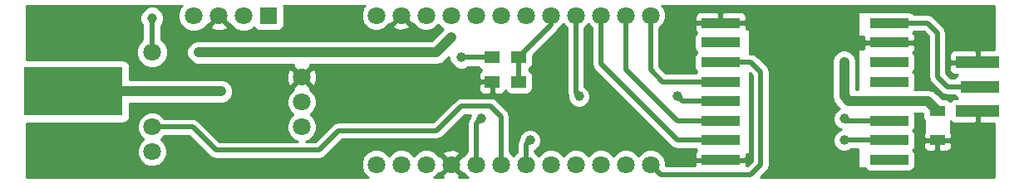
<source format=gbr>
G04 #@! TF.FileFunction,Copper,L2,Bot,Signal*
%FSLAX46Y46*%
G04 Gerber Fmt 4.6, Leading zero omitted, Abs format (unit mm)*
G04 Created by KiCad (PCBNEW 4.0.6) date 04/17/17 00:00:08*
%MOMM*%
%LPD*%
G01*
G04 APERTURE LIST*
%ADD10C,0.100000*%
%ADD11R,4.000000X1.000000*%
%ADD12C,1.800000*%
%ADD13R,1.800000X1.800000*%
%ADD14R,4.500000X1.270000*%
%ADD15R,4.000000X1.270000*%
%ADD16R,1.500000X1.300000*%
%ADD17R,1.600000X1.000000*%
%ADD18R,10.000000X5.000000*%
%ADD19C,1.000000*%
%ADD20C,0.500000*%
%ADD21C,1.000000*%
%ADD22C,0.254000*%
G04 APERTURE END LIST*
D10*
D11*
X172900000Y-109500000D03*
X172900000Y-107500000D03*
X172900000Y-105500000D03*
X172900000Y-103500000D03*
X172900000Y-101500000D03*
X172900000Y-99500000D03*
X172900000Y-97500000D03*
X172900000Y-95500000D03*
X190100000Y-95500000D03*
X190100000Y-97500000D03*
X190100000Y-99500000D03*
X190100000Y-101500000D03*
X190100000Y-103500000D03*
X190100000Y-105500000D03*
X190100000Y-107500000D03*
X190100000Y-109500000D03*
D12*
X115000000Y-98500000D03*
X115000000Y-106120000D03*
X115000000Y-108660000D03*
X130240000Y-106120000D03*
X130240000Y-103580000D03*
X130240000Y-101040000D03*
X137850000Y-109960000D03*
X140390000Y-109960000D03*
X142930000Y-109960000D03*
X145470000Y-109960000D03*
X148010000Y-109960000D03*
X150550000Y-109960000D03*
X153090000Y-109960000D03*
X155630000Y-109960000D03*
X158170000Y-109960000D03*
X160710000Y-109960000D03*
X163250000Y-109960000D03*
X165790000Y-109960000D03*
X137850000Y-94720000D03*
X140390000Y-94720000D03*
X142930000Y-94720000D03*
X145470000Y-94720000D03*
X148010000Y-94720000D03*
X150550000Y-94720000D03*
X153090000Y-94720000D03*
X155630000Y-94720000D03*
X158170000Y-94720000D03*
X160710000Y-94720000D03*
X163250000Y-94720000D03*
X165790000Y-94720000D03*
X119270000Y-94770000D03*
X121810000Y-94770000D03*
X124350000Y-94770000D03*
D13*
X126890000Y-94770000D03*
D14*
X199087500Y-99523500D03*
X199087500Y-104476500D03*
D15*
X199341500Y-102000000D03*
D16*
X149650000Y-99000000D03*
X152350000Y-99000000D03*
X152350000Y-101500000D03*
X149650000Y-101500000D03*
D17*
X195000000Y-104500000D03*
X195000000Y-107500000D03*
D18*
X107000000Y-102500000D03*
D19*
X168500000Y-103000000D03*
X158500000Y-103000000D03*
X115000000Y-95000000D03*
X185500000Y-99500000D03*
X119750000Y-98500000D03*
X145500000Y-97000000D03*
X146500000Y-99000000D03*
X122000000Y-102500000D03*
X153500000Y-107500000D03*
X185500000Y-107500000D03*
X148500000Y-105300000D03*
X185497800Y-105294400D03*
D20*
X172500000Y-107500000D02*
X168500000Y-107500000D01*
X160710000Y-99710000D02*
X160710000Y-94720000D01*
X168500000Y-107500000D02*
X160710000Y-99710000D01*
X172500000Y-105500000D02*
X168500000Y-105500000D01*
X163250000Y-100250000D02*
X163250000Y-94720000D01*
X168500000Y-105500000D02*
X163250000Y-100250000D01*
X172900000Y-103500000D02*
X169000000Y-103500000D01*
X169000000Y-103500000D02*
X168500000Y-103000000D01*
X158170000Y-94720000D02*
X158170000Y-102670000D01*
X158170000Y-102670000D02*
X158500000Y-103000000D01*
X190500000Y-95500000D02*
X194000000Y-95500000D01*
X196000000Y-102000000D02*
X199658500Y-102000000D01*
X195000000Y-101000000D02*
X196000000Y-102000000D01*
X195000000Y-96500000D02*
X195000000Y-101000000D01*
X194000000Y-95500000D02*
X195000000Y-96500000D01*
D21*
X122000000Y-98500000D02*
X119750000Y-98500000D01*
X195000000Y-104500000D02*
X194000000Y-103500000D01*
X194000000Y-103500000D02*
X190500000Y-103500000D01*
X185500000Y-103000000D02*
X186000000Y-103500000D01*
X186000000Y-103500000D02*
X190500000Y-103500000D01*
X185500000Y-99500000D02*
X185500000Y-103000000D01*
X122000000Y-98500000D02*
X144000000Y-98500000D01*
X144000000Y-98500000D02*
X145500000Y-97000000D01*
D20*
X115000000Y-95000000D02*
X115000000Y-98500000D01*
D21*
X120500000Y-102500000D02*
X122000000Y-102500000D01*
D20*
X146500000Y-99000000D02*
X149650000Y-99000000D01*
D21*
X107000000Y-102500000D02*
X120500000Y-102500000D01*
D20*
X149500000Y-104000000D02*
X146500000Y-104000000D01*
X150550000Y-105050000D02*
X149500000Y-104000000D01*
X150550000Y-109960000D02*
X150550000Y-105050000D01*
X119120000Y-106120000D02*
X115000000Y-106120000D01*
X121500000Y-108500000D02*
X119120000Y-106120000D01*
X132000000Y-108500000D02*
X121500000Y-108500000D01*
X134000000Y-106500000D02*
X132000000Y-108500000D01*
X144000000Y-106500000D02*
X134000000Y-106500000D01*
X146500000Y-104000000D02*
X144000000Y-106500000D01*
X152350000Y-99000000D02*
X152350000Y-101500000D01*
X155630000Y-94720000D02*
X155630000Y-95720000D01*
X155630000Y-95720000D02*
X152350000Y-99000000D01*
X172500000Y-101500000D02*
X167000000Y-101500000D01*
X165790000Y-100290000D02*
X165790000Y-94720000D01*
X167000000Y-101500000D02*
X165790000Y-100290000D01*
X172500000Y-99500000D02*
X176000000Y-99500000D01*
X166830000Y-111000000D02*
X165790000Y-109960000D01*
X176000000Y-111000000D02*
X166830000Y-111000000D01*
X177000000Y-110000000D02*
X176000000Y-111000000D01*
X177000000Y-100500000D02*
X177000000Y-110000000D01*
X176000000Y-99500000D02*
X177000000Y-100500000D01*
X190500000Y-107500000D02*
X185500000Y-107500000D01*
X153090000Y-107910000D02*
X153090000Y-109960000D01*
X153500000Y-107500000D02*
X153090000Y-107910000D01*
X190100000Y-105500000D02*
X185703400Y-105500000D01*
X185703400Y-105500000D02*
X185497800Y-105294400D01*
X148010000Y-105990000D02*
X148000001Y-105980001D01*
X148000001Y-105980001D02*
X148000001Y-105799999D01*
X148000001Y-105799999D02*
X148500000Y-105300000D01*
X148010000Y-105990000D02*
X148010000Y-109960000D01*
D22*
G36*
X117891501Y-93847175D02*
X117643283Y-94444950D01*
X117642718Y-95092211D01*
X117889892Y-95690418D01*
X118347175Y-96148499D01*
X118944950Y-96396717D01*
X119592211Y-96397282D01*
X120190418Y-96150108D01*
X120490890Y-95850159D01*
X120909446Y-95850159D01*
X120995852Y-96106643D01*
X121569336Y-96316458D01*
X122179460Y-96290839D01*
X122624148Y-96106643D01*
X122710554Y-95850159D01*
X121810000Y-94949605D01*
X120909446Y-95850159D01*
X120490890Y-95850159D01*
X120648499Y-95692825D01*
X120666594Y-95649247D01*
X120729841Y-95670554D01*
X121630395Y-94770000D01*
X121616253Y-94755858D01*
X121795858Y-94576253D01*
X121810000Y-94590395D01*
X121824143Y-94576253D01*
X122003748Y-94755858D01*
X121989605Y-94770000D01*
X122890159Y-95670554D01*
X122952945Y-95649402D01*
X122969892Y-95690418D01*
X123427175Y-96148499D01*
X124024950Y-96396717D01*
X124672211Y-96397282D01*
X125270418Y-96150108D01*
X125437214Y-95983603D01*
X125525910Y-96121441D01*
X125738110Y-96266431D01*
X125990000Y-96317440D01*
X127790000Y-96317440D01*
X128025317Y-96273162D01*
X128241441Y-96134090D01*
X128386431Y-95921890D01*
X128437440Y-95670000D01*
X128437440Y-93870000D01*
X128407334Y-93710000D01*
X136689050Y-93710000D01*
X136549449Y-93849357D01*
X136315267Y-94413330D01*
X136314735Y-95023991D01*
X136547932Y-95588371D01*
X136979357Y-96020551D01*
X137543330Y-96254733D01*
X138153991Y-96255265D01*
X138718371Y-96022068D01*
X138940668Y-95800159D01*
X139489446Y-95800159D01*
X139575852Y-96056643D01*
X140149336Y-96266458D01*
X140759460Y-96240839D01*
X141204148Y-96056643D01*
X141290554Y-95800159D01*
X140390000Y-94899605D01*
X139489446Y-95800159D01*
X138940668Y-95800159D01*
X139150551Y-95590643D01*
X139159203Y-95569806D01*
X139309841Y-95620554D01*
X140210395Y-94720000D01*
X140196253Y-94705858D01*
X140375858Y-94526253D01*
X140390000Y-94540395D01*
X140404143Y-94526253D01*
X140583748Y-94705858D01*
X140569605Y-94720000D01*
X141470159Y-95620554D01*
X141620327Y-95569965D01*
X141627932Y-95588371D01*
X142059357Y-96020551D01*
X142623330Y-96254733D01*
X143233991Y-96255265D01*
X143798371Y-96022068D01*
X144135211Y-95685816D01*
X144547175Y-96098499D01*
X144631319Y-96133439D01*
X144460407Y-96304053D01*
X144460194Y-96304566D01*
X143491760Y-97273000D01*
X119750000Y-97273000D01*
X119507005Y-97272788D01*
X119055869Y-97459194D01*
X118710407Y-97804053D01*
X118523214Y-98254864D01*
X118522788Y-98742995D01*
X118709194Y-99194131D01*
X119054053Y-99539593D01*
X119504864Y-99726786D01*
X119750000Y-99727000D01*
X119750075Y-99727000D01*
X119992995Y-99727212D01*
X119993508Y-99727000D01*
X129417887Y-99727000D01*
X129339446Y-99959841D01*
X130240000Y-100860395D01*
X131140554Y-99959841D01*
X131062113Y-99727000D01*
X144000000Y-99727000D01*
X144469553Y-99633600D01*
X144867620Y-99367620D01*
X145273033Y-98962207D01*
X145272788Y-99242995D01*
X145459194Y-99694131D01*
X145804053Y-100039593D01*
X146254864Y-100226786D01*
X146742995Y-100227212D01*
X147194131Y-100040806D01*
X147258049Y-99977000D01*
X148246509Y-99977000D01*
X148368672Y-100166846D01*
X148565411Y-100301273D01*
X148540302Y-100311673D01*
X148361673Y-100490301D01*
X148265000Y-100723690D01*
X148265000Y-101214250D01*
X148423750Y-101373000D01*
X149523000Y-101373000D01*
X149523000Y-101353000D01*
X149777000Y-101353000D01*
X149777000Y-101373000D01*
X149797000Y-101373000D01*
X149797000Y-101627000D01*
X149777000Y-101627000D01*
X149777000Y-102626250D01*
X149935750Y-102785000D01*
X150526309Y-102785000D01*
X150759698Y-102688327D01*
X150938327Y-102509699D01*
X150994654Y-102373713D01*
X150996838Y-102385317D01*
X151135910Y-102601441D01*
X151348110Y-102746431D01*
X151600000Y-102797440D01*
X153100000Y-102797440D01*
X153335317Y-102753162D01*
X153551441Y-102614090D01*
X153696431Y-102401890D01*
X153747440Y-102150000D01*
X153747440Y-100850000D01*
X153703162Y-100614683D01*
X153564090Y-100398559D01*
X153351890Y-100253569D01*
X153338803Y-100250919D01*
X153551441Y-100114090D01*
X153696431Y-99901890D01*
X153747440Y-99650000D01*
X153747440Y-98854140D01*
X156255787Y-96345792D01*
X156255790Y-96345790D01*
X156447633Y-96058675D01*
X156451023Y-96041632D01*
X156498371Y-96022068D01*
X156900323Y-95620818D01*
X157285000Y-96006169D01*
X157285000Y-102669995D01*
X157284999Y-102670000D01*
X157328142Y-102886890D01*
X157352367Y-103008675D01*
X157364975Y-103027544D01*
X157364803Y-103224775D01*
X157537233Y-103642086D01*
X157856235Y-103961645D01*
X158273244Y-104134803D01*
X158724775Y-104135197D01*
X159142086Y-103962767D01*
X159461645Y-103643765D01*
X159634803Y-103226756D01*
X159635197Y-102775225D01*
X159462767Y-102357914D01*
X159143765Y-102038355D01*
X159055000Y-102001496D01*
X159055000Y-96005468D01*
X159440323Y-95620818D01*
X159825000Y-96006169D01*
X159825000Y-99709995D01*
X159824999Y-99710000D01*
X159865046Y-99911326D01*
X159892367Y-100048675D01*
X160068096Y-100311673D01*
X160084210Y-100335790D01*
X167874208Y-108125787D01*
X167874210Y-108125790D01*
X168161325Y-108317633D01*
X168217516Y-108328810D01*
X168500000Y-108385001D01*
X168500005Y-108385000D01*
X170393156Y-108385000D01*
X170435910Y-108451441D01*
X170504006Y-108497969D01*
X170361673Y-108640301D01*
X170265000Y-108873690D01*
X170265000Y-109214250D01*
X170423750Y-109373000D01*
X172773000Y-109373000D01*
X172773000Y-109353000D01*
X173027000Y-109353000D01*
X173027000Y-109373000D01*
X175376250Y-109373000D01*
X175535000Y-109214250D01*
X175535000Y-108877000D01*
X175750000Y-108877000D01*
X175796159Y-108868315D01*
X175838553Y-108841035D01*
X175866994Y-108799410D01*
X175877000Y-108750000D01*
X175877000Y-100628579D01*
X176115000Y-100866579D01*
X176115000Y-109633421D01*
X175633420Y-110115000D01*
X175535000Y-110115000D01*
X175535000Y-109785750D01*
X175376250Y-109627000D01*
X173027000Y-109627000D01*
X173027000Y-109647000D01*
X172773000Y-109647000D01*
X172773000Y-109627000D01*
X170423750Y-109627000D01*
X170265000Y-109785750D01*
X170265000Y-110115000D01*
X167324865Y-110115000D01*
X167325265Y-109656009D01*
X167092068Y-109091629D01*
X166660643Y-108659449D01*
X166096670Y-108425267D01*
X165486009Y-108424735D01*
X164921629Y-108657932D01*
X164519677Y-109059182D01*
X164120643Y-108659449D01*
X163556670Y-108425267D01*
X162946009Y-108424735D01*
X162381629Y-108657932D01*
X161979677Y-109059182D01*
X161580643Y-108659449D01*
X161016670Y-108425267D01*
X160406009Y-108424735D01*
X159841629Y-108657932D01*
X159439677Y-109059182D01*
X159040643Y-108659449D01*
X158476670Y-108425267D01*
X157866009Y-108424735D01*
X157301629Y-108657932D01*
X156899677Y-109059182D01*
X156500643Y-108659449D01*
X155936670Y-108425267D01*
X155326009Y-108424735D01*
X154761629Y-108657932D01*
X154359677Y-109059182D01*
X153975000Y-108673831D01*
X153975000Y-108531806D01*
X154142086Y-108462767D01*
X154461645Y-108143765D01*
X154634803Y-107726756D01*
X154635197Y-107275225D01*
X154462767Y-106857914D01*
X154143765Y-106538355D01*
X153726756Y-106365197D01*
X153275225Y-106364803D01*
X152857914Y-106537233D01*
X152538355Y-106856235D01*
X152365197Y-107273244D01*
X152365058Y-107432602D01*
X152272367Y-107571325D01*
X152261292Y-107627000D01*
X152204999Y-107910000D01*
X152205000Y-107910005D01*
X152205000Y-108674532D01*
X151819677Y-109059182D01*
X151435000Y-108673831D01*
X151435000Y-105050005D01*
X151435001Y-105050000D01*
X151367633Y-104711325D01*
X151327081Y-104650635D01*
X151175790Y-104424210D01*
X151175787Y-104424208D01*
X150125790Y-103374210D01*
X150072606Y-103338674D01*
X149838675Y-103182367D01*
X149782484Y-103171190D01*
X149500000Y-103114999D01*
X149499995Y-103115000D01*
X146500005Y-103115000D01*
X146500000Y-103114999D01*
X146217516Y-103171190D01*
X146161325Y-103182367D01*
X145874210Y-103374210D01*
X145874208Y-103374213D01*
X143633420Y-105615000D01*
X134000005Y-105615000D01*
X134000000Y-105614999D01*
X133661325Y-105682367D01*
X133374210Y-105874210D01*
X133374208Y-105874213D01*
X131633420Y-107615000D01*
X130641440Y-107615000D01*
X131108371Y-107422068D01*
X131540551Y-106990643D01*
X131774733Y-106426670D01*
X131775265Y-105816009D01*
X131542068Y-105251629D01*
X131140818Y-104849677D01*
X131540551Y-104450643D01*
X131774733Y-103886670D01*
X131775265Y-103276009D01*
X131542068Y-102711629D01*
X131110643Y-102279449D01*
X131089806Y-102270797D01*
X131140554Y-102120159D01*
X130240000Y-101219605D01*
X129339446Y-102120159D01*
X129390035Y-102270327D01*
X129371629Y-102277932D01*
X128939449Y-102709357D01*
X128705267Y-103273330D01*
X128704735Y-103883991D01*
X128937932Y-104448371D01*
X129339182Y-104850323D01*
X128939449Y-105249357D01*
X128705267Y-105813330D01*
X128704735Y-106423991D01*
X128937932Y-106988371D01*
X129369357Y-107420551D01*
X129837642Y-107615000D01*
X121866579Y-107615000D01*
X119745790Y-105494210D01*
X119587843Y-105388674D01*
X119458675Y-105302367D01*
X119388383Y-105288385D01*
X119120000Y-105234999D01*
X119119995Y-105235000D01*
X116285468Y-105235000D01*
X115870643Y-104819449D01*
X115306670Y-104585267D01*
X114696009Y-104584735D01*
X114131629Y-104817932D01*
X113699449Y-105249357D01*
X113465267Y-105813330D01*
X113464735Y-106423991D01*
X113697932Y-106988371D01*
X114099182Y-107390323D01*
X113699449Y-107789357D01*
X113465267Y-108353330D01*
X113464735Y-108963991D01*
X113697932Y-109528371D01*
X114129357Y-109960551D01*
X114693330Y-110194733D01*
X115303991Y-110195265D01*
X115868371Y-109962068D01*
X116300551Y-109530643D01*
X116534733Y-108966670D01*
X116535265Y-108356009D01*
X116302068Y-107791629D01*
X115900818Y-107389677D01*
X116286169Y-107005000D01*
X118753420Y-107005000D01*
X120874208Y-109125787D01*
X120874210Y-109125790D01*
X121006601Y-109214250D01*
X121161325Y-109317633D01*
X121500000Y-109385001D01*
X121500005Y-109385000D01*
X131999995Y-109385000D01*
X132000000Y-109385001D01*
X132282484Y-109328810D01*
X132338675Y-109317633D01*
X132625790Y-109125790D01*
X132625791Y-109125789D01*
X134366579Y-107385000D01*
X143999995Y-107385000D01*
X144000000Y-107385001D01*
X144282484Y-107328810D01*
X144338675Y-107317633D01*
X144625790Y-107125790D01*
X146866579Y-104885000D01*
X147443363Y-104885000D01*
X147365197Y-105073244D01*
X147365097Y-105187849D01*
X147182368Y-105461324D01*
X147182368Y-105461325D01*
X147115000Y-105799999D01*
X147115001Y-105800004D01*
X147115001Y-105979996D01*
X147115000Y-105980001D01*
X147125000Y-106030273D01*
X147125000Y-108674532D01*
X146709449Y-109089357D01*
X146700797Y-109110194D01*
X146550159Y-109059446D01*
X145649605Y-109960000D01*
X146550159Y-110860554D01*
X146700327Y-110809965D01*
X146707932Y-110828371D01*
X147139357Y-111260551D01*
X147210278Y-111290000D01*
X146286386Y-111290000D01*
X146370554Y-111040159D01*
X145470000Y-110139605D01*
X144569446Y-111040159D01*
X144653614Y-111290000D01*
X143730770Y-111290000D01*
X143798371Y-111262068D01*
X144230551Y-110830643D01*
X144239203Y-110809806D01*
X144389841Y-110860554D01*
X145290395Y-109960000D01*
X144389841Y-109059446D01*
X144239673Y-109110035D01*
X144232068Y-109091629D01*
X144020650Y-108879841D01*
X144569446Y-108879841D01*
X145470000Y-109780395D01*
X146370554Y-108879841D01*
X146284148Y-108623357D01*
X145710664Y-108413542D01*
X145100540Y-108439161D01*
X144655852Y-108623357D01*
X144569446Y-108879841D01*
X144020650Y-108879841D01*
X143800643Y-108659449D01*
X143236670Y-108425267D01*
X142626009Y-108424735D01*
X142061629Y-108657932D01*
X141659677Y-109059182D01*
X141260643Y-108659449D01*
X140696670Y-108425267D01*
X140086009Y-108424735D01*
X139521629Y-108657932D01*
X139119677Y-109059182D01*
X138720643Y-108659449D01*
X138156670Y-108425267D01*
X137546009Y-108424735D01*
X136981629Y-108657932D01*
X136549449Y-109089357D01*
X136315267Y-109653330D01*
X136314735Y-110263991D01*
X136547932Y-110828371D01*
X136979357Y-111260551D01*
X137050278Y-111290000D01*
X102210000Y-111290000D01*
X102210000Y-105741242D01*
X112000000Y-105741242D01*
X112269410Y-105690549D01*
X112516846Y-105531328D01*
X112682843Y-105288385D01*
X112741242Y-105000000D01*
X112741242Y-103727000D01*
X122000000Y-103727000D01*
X122242995Y-103727212D01*
X122694131Y-103540806D01*
X123039593Y-103195947D01*
X123226786Y-102745136D01*
X123227212Y-102257005D01*
X123040806Y-101805869D01*
X122695947Y-101460407D01*
X122245136Y-101273214D01*
X122000000Y-101273000D01*
X121999925Y-101273000D01*
X121757005Y-101272788D01*
X121756492Y-101273000D01*
X112741242Y-101273000D01*
X112741242Y-100799336D01*
X128693542Y-100799336D01*
X128719161Y-101409460D01*
X128903357Y-101854148D01*
X129159841Y-101940554D01*
X130060395Y-101040000D01*
X130419605Y-101040000D01*
X131320159Y-101940554D01*
X131576643Y-101854148D01*
X131601667Y-101785750D01*
X148265000Y-101785750D01*
X148265000Y-102276310D01*
X148361673Y-102509699D01*
X148540302Y-102688327D01*
X148773691Y-102785000D01*
X149364250Y-102785000D01*
X149523000Y-102626250D01*
X149523000Y-101627000D01*
X148423750Y-101627000D01*
X148265000Y-101785750D01*
X131601667Y-101785750D01*
X131786458Y-101280664D01*
X131760839Y-100670540D01*
X131576643Y-100225852D01*
X131320159Y-100139446D01*
X130419605Y-101040000D01*
X130060395Y-101040000D01*
X129159841Y-100139446D01*
X128903357Y-100225852D01*
X128693542Y-100799336D01*
X112741242Y-100799336D01*
X112741242Y-100000000D01*
X112690549Y-99730590D01*
X112531328Y-99483154D01*
X112288385Y-99317157D01*
X112000000Y-99258758D01*
X102210000Y-99258758D01*
X102210000Y-98822211D01*
X113372718Y-98822211D01*
X113619892Y-99420418D01*
X114077175Y-99878499D01*
X114674950Y-100126717D01*
X115322211Y-100127282D01*
X115920418Y-99880108D01*
X116378499Y-99422825D01*
X116626717Y-98825050D01*
X116627282Y-98177789D01*
X116380108Y-97579582D01*
X115977000Y-97175771D01*
X115977000Y-95758431D01*
X116039593Y-95695947D01*
X116226786Y-95245136D01*
X116227212Y-94757005D01*
X116040806Y-94305869D01*
X115695947Y-93960407D01*
X115245136Y-93773214D01*
X114757005Y-93772788D01*
X114305869Y-93959194D01*
X113960407Y-94304053D01*
X113773214Y-94754864D01*
X113772788Y-95242995D01*
X113959194Y-95694131D01*
X114023000Y-95758049D01*
X114023000Y-97176375D01*
X113621501Y-97577175D01*
X113373283Y-98174950D01*
X113372718Y-98822211D01*
X102210000Y-98822211D01*
X102210000Y-93710000D01*
X118028915Y-93710000D01*
X117891501Y-93847175D01*
X117891501Y-93847175D01*
G37*
X117891501Y-93847175D02*
X117643283Y-94444950D01*
X117642718Y-95092211D01*
X117889892Y-95690418D01*
X118347175Y-96148499D01*
X118944950Y-96396717D01*
X119592211Y-96397282D01*
X120190418Y-96150108D01*
X120490890Y-95850159D01*
X120909446Y-95850159D01*
X120995852Y-96106643D01*
X121569336Y-96316458D01*
X122179460Y-96290839D01*
X122624148Y-96106643D01*
X122710554Y-95850159D01*
X121810000Y-94949605D01*
X120909446Y-95850159D01*
X120490890Y-95850159D01*
X120648499Y-95692825D01*
X120666594Y-95649247D01*
X120729841Y-95670554D01*
X121630395Y-94770000D01*
X121616253Y-94755858D01*
X121795858Y-94576253D01*
X121810000Y-94590395D01*
X121824143Y-94576253D01*
X122003748Y-94755858D01*
X121989605Y-94770000D01*
X122890159Y-95670554D01*
X122952945Y-95649402D01*
X122969892Y-95690418D01*
X123427175Y-96148499D01*
X124024950Y-96396717D01*
X124672211Y-96397282D01*
X125270418Y-96150108D01*
X125437214Y-95983603D01*
X125525910Y-96121441D01*
X125738110Y-96266431D01*
X125990000Y-96317440D01*
X127790000Y-96317440D01*
X128025317Y-96273162D01*
X128241441Y-96134090D01*
X128386431Y-95921890D01*
X128437440Y-95670000D01*
X128437440Y-93870000D01*
X128407334Y-93710000D01*
X136689050Y-93710000D01*
X136549449Y-93849357D01*
X136315267Y-94413330D01*
X136314735Y-95023991D01*
X136547932Y-95588371D01*
X136979357Y-96020551D01*
X137543330Y-96254733D01*
X138153991Y-96255265D01*
X138718371Y-96022068D01*
X138940668Y-95800159D01*
X139489446Y-95800159D01*
X139575852Y-96056643D01*
X140149336Y-96266458D01*
X140759460Y-96240839D01*
X141204148Y-96056643D01*
X141290554Y-95800159D01*
X140390000Y-94899605D01*
X139489446Y-95800159D01*
X138940668Y-95800159D01*
X139150551Y-95590643D01*
X139159203Y-95569806D01*
X139309841Y-95620554D01*
X140210395Y-94720000D01*
X140196253Y-94705858D01*
X140375858Y-94526253D01*
X140390000Y-94540395D01*
X140404143Y-94526253D01*
X140583748Y-94705858D01*
X140569605Y-94720000D01*
X141470159Y-95620554D01*
X141620327Y-95569965D01*
X141627932Y-95588371D01*
X142059357Y-96020551D01*
X142623330Y-96254733D01*
X143233991Y-96255265D01*
X143798371Y-96022068D01*
X144135211Y-95685816D01*
X144547175Y-96098499D01*
X144631319Y-96133439D01*
X144460407Y-96304053D01*
X144460194Y-96304566D01*
X143491760Y-97273000D01*
X119750000Y-97273000D01*
X119507005Y-97272788D01*
X119055869Y-97459194D01*
X118710407Y-97804053D01*
X118523214Y-98254864D01*
X118522788Y-98742995D01*
X118709194Y-99194131D01*
X119054053Y-99539593D01*
X119504864Y-99726786D01*
X119750000Y-99727000D01*
X119750075Y-99727000D01*
X119992995Y-99727212D01*
X119993508Y-99727000D01*
X129417887Y-99727000D01*
X129339446Y-99959841D01*
X130240000Y-100860395D01*
X131140554Y-99959841D01*
X131062113Y-99727000D01*
X144000000Y-99727000D01*
X144469553Y-99633600D01*
X144867620Y-99367620D01*
X145273033Y-98962207D01*
X145272788Y-99242995D01*
X145459194Y-99694131D01*
X145804053Y-100039593D01*
X146254864Y-100226786D01*
X146742995Y-100227212D01*
X147194131Y-100040806D01*
X147258049Y-99977000D01*
X148246509Y-99977000D01*
X148368672Y-100166846D01*
X148565411Y-100301273D01*
X148540302Y-100311673D01*
X148361673Y-100490301D01*
X148265000Y-100723690D01*
X148265000Y-101214250D01*
X148423750Y-101373000D01*
X149523000Y-101373000D01*
X149523000Y-101353000D01*
X149777000Y-101353000D01*
X149777000Y-101373000D01*
X149797000Y-101373000D01*
X149797000Y-101627000D01*
X149777000Y-101627000D01*
X149777000Y-102626250D01*
X149935750Y-102785000D01*
X150526309Y-102785000D01*
X150759698Y-102688327D01*
X150938327Y-102509699D01*
X150994654Y-102373713D01*
X150996838Y-102385317D01*
X151135910Y-102601441D01*
X151348110Y-102746431D01*
X151600000Y-102797440D01*
X153100000Y-102797440D01*
X153335317Y-102753162D01*
X153551441Y-102614090D01*
X153696431Y-102401890D01*
X153747440Y-102150000D01*
X153747440Y-100850000D01*
X153703162Y-100614683D01*
X153564090Y-100398559D01*
X153351890Y-100253569D01*
X153338803Y-100250919D01*
X153551441Y-100114090D01*
X153696431Y-99901890D01*
X153747440Y-99650000D01*
X153747440Y-98854140D01*
X156255787Y-96345792D01*
X156255790Y-96345790D01*
X156447633Y-96058675D01*
X156451023Y-96041632D01*
X156498371Y-96022068D01*
X156900323Y-95620818D01*
X157285000Y-96006169D01*
X157285000Y-102669995D01*
X157284999Y-102670000D01*
X157328142Y-102886890D01*
X157352367Y-103008675D01*
X157364975Y-103027544D01*
X157364803Y-103224775D01*
X157537233Y-103642086D01*
X157856235Y-103961645D01*
X158273244Y-104134803D01*
X158724775Y-104135197D01*
X159142086Y-103962767D01*
X159461645Y-103643765D01*
X159634803Y-103226756D01*
X159635197Y-102775225D01*
X159462767Y-102357914D01*
X159143765Y-102038355D01*
X159055000Y-102001496D01*
X159055000Y-96005468D01*
X159440323Y-95620818D01*
X159825000Y-96006169D01*
X159825000Y-99709995D01*
X159824999Y-99710000D01*
X159865046Y-99911326D01*
X159892367Y-100048675D01*
X160068096Y-100311673D01*
X160084210Y-100335790D01*
X167874208Y-108125787D01*
X167874210Y-108125790D01*
X168161325Y-108317633D01*
X168217516Y-108328810D01*
X168500000Y-108385001D01*
X168500005Y-108385000D01*
X170393156Y-108385000D01*
X170435910Y-108451441D01*
X170504006Y-108497969D01*
X170361673Y-108640301D01*
X170265000Y-108873690D01*
X170265000Y-109214250D01*
X170423750Y-109373000D01*
X172773000Y-109373000D01*
X172773000Y-109353000D01*
X173027000Y-109353000D01*
X173027000Y-109373000D01*
X175376250Y-109373000D01*
X175535000Y-109214250D01*
X175535000Y-108877000D01*
X175750000Y-108877000D01*
X175796159Y-108868315D01*
X175838553Y-108841035D01*
X175866994Y-108799410D01*
X175877000Y-108750000D01*
X175877000Y-100628579D01*
X176115000Y-100866579D01*
X176115000Y-109633421D01*
X175633420Y-110115000D01*
X175535000Y-110115000D01*
X175535000Y-109785750D01*
X175376250Y-109627000D01*
X173027000Y-109627000D01*
X173027000Y-109647000D01*
X172773000Y-109647000D01*
X172773000Y-109627000D01*
X170423750Y-109627000D01*
X170265000Y-109785750D01*
X170265000Y-110115000D01*
X167324865Y-110115000D01*
X167325265Y-109656009D01*
X167092068Y-109091629D01*
X166660643Y-108659449D01*
X166096670Y-108425267D01*
X165486009Y-108424735D01*
X164921629Y-108657932D01*
X164519677Y-109059182D01*
X164120643Y-108659449D01*
X163556670Y-108425267D01*
X162946009Y-108424735D01*
X162381629Y-108657932D01*
X161979677Y-109059182D01*
X161580643Y-108659449D01*
X161016670Y-108425267D01*
X160406009Y-108424735D01*
X159841629Y-108657932D01*
X159439677Y-109059182D01*
X159040643Y-108659449D01*
X158476670Y-108425267D01*
X157866009Y-108424735D01*
X157301629Y-108657932D01*
X156899677Y-109059182D01*
X156500643Y-108659449D01*
X155936670Y-108425267D01*
X155326009Y-108424735D01*
X154761629Y-108657932D01*
X154359677Y-109059182D01*
X153975000Y-108673831D01*
X153975000Y-108531806D01*
X154142086Y-108462767D01*
X154461645Y-108143765D01*
X154634803Y-107726756D01*
X154635197Y-107275225D01*
X154462767Y-106857914D01*
X154143765Y-106538355D01*
X153726756Y-106365197D01*
X153275225Y-106364803D01*
X152857914Y-106537233D01*
X152538355Y-106856235D01*
X152365197Y-107273244D01*
X152365058Y-107432602D01*
X152272367Y-107571325D01*
X152261292Y-107627000D01*
X152204999Y-107910000D01*
X152205000Y-107910005D01*
X152205000Y-108674532D01*
X151819677Y-109059182D01*
X151435000Y-108673831D01*
X151435000Y-105050005D01*
X151435001Y-105050000D01*
X151367633Y-104711325D01*
X151327081Y-104650635D01*
X151175790Y-104424210D01*
X151175787Y-104424208D01*
X150125790Y-103374210D01*
X150072606Y-103338674D01*
X149838675Y-103182367D01*
X149782484Y-103171190D01*
X149500000Y-103114999D01*
X149499995Y-103115000D01*
X146500005Y-103115000D01*
X146500000Y-103114999D01*
X146217516Y-103171190D01*
X146161325Y-103182367D01*
X145874210Y-103374210D01*
X145874208Y-103374213D01*
X143633420Y-105615000D01*
X134000005Y-105615000D01*
X134000000Y-105614999D01*
X133661325Y-105682367D01*
X133374210Y-105874210D01*
X133374208Y-105874213D01*
X131633420Y-107615000D01*
X130641440Y-107615000D01*
X131108371Y-107422068D01*
X131540551Y-106990643D01*
X131774733Y-106426670D01*
X131775265Y-105816009D01*
X131542068Y-105251629D01*
X131140818Y-104849677D01*
X131540551Y-104450643D01*
X131774733Y-103886670D01*
X131775265Y-103276009D01*
X131542068Y-102711629D01*
X131110643Y-102279449D01*
X131089806Y-102270797D01*
X131140554Y-102120159D01*
X130240000Y-101219605D01*
X129339446Y-102120159D01*
X129390035Y-102270327D01*
X129371629Y-102277932D01*
X128939449Y-102709357D01*
X128705267Y-103273330D01*
X128704735Y-103883991D01*
X128937932Y-104448371D01*
X129339182Y-104850323D01*
X128939449Y-105249357D01*
X128705267Y-105813330D01*
X128704735Y-106423991D01*
X128937932Y-106988371D01*
X129369357Y-107420551D01*
X129837642Y-107615000D01*
X121866579Y-107615000D01*
X119745790Y-105494210D01*
X119587843Y-105388674D01*
X119458675Y-105302367D01*
X119388383Y-105288385D01*
X119120000Y-105234999D01*
X119119995Y-105235000D01*
X116285468Y-105235000D01*
X115870643Y-104819449D01*
X115306670Y-104585267D01*
X114696009Y-104584735D01*
X114131629Y-104817932D01*
X113699449Y-105249357D01*
X113465267Y-105813330D01*
X113464735Y-106423991D01*
X113697932Y-106988371D01*
X114099182Y-107390323D01*
X113699449Y-107789357D01*
X113465267Y-108353330D01*
X113464735Y-108963991D01*
X113697932Y-109528371D01*
X114129357Y-109960551D01*
X114693330Y-110194733D01*
X115303991Y-110195265D01*
X115868371Y-109962068D01*
X116300551Y-109530643D01*
X116534733Y-108966670D01*
X116535265Y-108356009D01*
X116302068Y-107791629D01*
X115900818Y-107389677D01*
X116286169Y-107005000D01*
X118753420Y-107005000D01*
X120874208Y-109125787D01*
X120874210Y-109125790D01*
X121006601Y-109214250D01*
X121161325Y-109317633D01*
X121500000Y-109385001D01*
X121500005Y-109385000D01*
X131999995Y-109385000D01*
X132000000Y-109385001D01*
X132282484Y-109328810D01*
X132338675Y-109317633D01*
X132625790Y-109125790D01*
X132625791Y-109125789D01*
X134366579Y-107385000D01*
X143999995Y-107385000D01*
X144000000Y-107385001D01*
X144282484Y-107328810D01*
X144338675Y-107317633D01*
X144625790Y-107125790D01*
X146866579Y-104885000D01*
X147443363Y-104885000D01*
X147365197Y-105073244D01*
X147365097Y-105187849D01*
X147182368Y-105461324D01*
X147182368Y-105461325D01*
X147115000Y-105799999D01*
X147115001Y-105800004D01*
X147115001Y-105979996D01*
X147115000Y-105980001D01*
X147125000Y-106030273D01*
X147125000Y-108674532D01*
X146709449Y-109089357D01*
X146700797Y-109110194D01*
X146550159Y-109059446D01*
X145649605Y-109960000D01*
X146550159Y-110860554D01*
X146700327Y-110809965D01*
X146707932Y-110828371D01*
X147139357Y-111260551D01*
X147210278Y-111290000D01*
X146286386Y-111290000D01*
X146370554Y-111040159D01*
X145470000Y-110139605D01*
X144569446Y-111040159D01*
X144653614Y-111290000D01*
X143730770Y-111290000D01*
X143798371Y-111262068D01*
X144230551Y-110830643D01*
X144239203Y-110809806D01*
X144389841Y-110860554D01*
X145290395Y-109960000D01*
X144389841Y-109059446D01*
X144239673Y-109110035D01*
X144232068Y-109091629D01*
X144020650Y-108879841D01*
X144569446Y-108879841D01*
X145470000Y-109780395D01*
X146370554Y-108879841D01*
X146284148Y-108623357D01*
X145710664Y-108413542D01*
X145100540Y-108439161D01*
X144655852Y-108623357D01*
X144569446Y-108879841D01*
X144020650Y-108879841D01*
X143800643Y-108659449D01*
X143236670Y-108425267D01*
X142626009Y-108424735D01*
X142061629Y-108657932D01*
X141659677Y-109059182D01*
X141260643Y-108659449D01*
X140696670Y-108425267D01*
X140086009Y-108424735D01*
X139521629Y-108657932D01*
X139119677Y-109059182D01*
X138720643Y-108659449D01*
X138156670Y-108425267D01*
X137546009Y-108424735D01*
X136981629Y-108657932D01*
X136549449Y-109089357D01*
X136315267Y-109653330D01*
X136314735Y-110263991D01*
X136547932Y-110828371D01*
X136979357Y-111260551D01*
X137050278Y-111290000D01*
X102210000Y-111290000D01*
X102210000Y-105741242D01*
X112000000Y-105741242D01*
X112269410Y-105690549D01*
X112516846Y-105531328D01*
X112682843Y-105288385D01*
X112741242Y-105000000D01*
X112741242Y-103727000D01*
X122000000Y-103727000D01*
X122242995Y-103727212D01*
X122694131Y-103540806D01*
X123039593Y-103195947D01*
X123226786Y-102745136D01*
X123227212Y-102257005D01*
X123040806Y-101805869D01*
X122695947Y-101460407D01*
X122245136Y-101273214D01*
X122000000Y-101273000D01*
X121999925Y-101273000D01*
X121757005Y-101272788D01*
X121756492Y-101273000D01*
X112741242Y-101273000D01*
X112741242Y-100799336D01*
X128693542Y-100799336D01*
X128719161Y-101409460D01*
X128903357Y-101854148D01*
X129159841Y-101940554D01*
X130060395Y-101040000D01*
X130419605Y-101040000D01*
X131320159Y-101940554D01*
X131576643Y-101854148D01*
X131601667Y-101785750D01*
X148265000Y-101785750D01*
X148265000Y-102276310D01*
X148361673Y-102509699D01*
X148540302Y-102688327D01*
X148773691Y-102785000D01*
X149364250Y-102785000D01*
X149523000Y-102626250D01*
X149523000Y-101627000D01*
X148423750Y-101627000D01*
X148265000Y-101785750D01*
X131601667Y-101785750D01*
X131786458Y-101280664D01*
X131760839Y-100670540D01*
X131576643Y-100225852D01*
X131320159Y-100139446D01*
X130419605Y-101040000D01*
X130060395Y-101040000D01*
X129159841Y-100139446D01*
X128903357Y-100225852D01*
X128693542Y-100799336D01*
X112741242Y-100799336D01*
X112741242Y-100000000D01*
X112690549Y-99730590D01*
X112531328Y-99483154D01*
X112288385Y-99317157D01*
X112000000Y-99258758D01*
X102210000Y-99258758D01*
X102210000Y-98822211D01*
X113372718Y-98822211D01*
X113619892Y-99420418D01*
X114077175Y-99878499D01*
X114674950Y-100126717D01*
X115322211Y-100127282D01*
X115920418Y-99880108D01*
X116378499Y-99422825D01*
X116626717Y-98825050D01*
X116627282Y-98177789D01*
X116380108Y-97579582D01*
X115977000Y-97175771D01*
X115977000Y-95758431D01*
X116039593Y-95695947D01*
X116226786Y-95245136D01*
X116227212Y-94757005D01*
X116040806Y-94305869D01*
X115695947Y-93960407D01*
X115245136Y-93773214D01*
X114757005Y-93772788D01*
X114305869Y-93959194D01*
X113960407Y-94304053D01*
X113773214Y-94754864D01*
X113772788Y-95242995D01*
X113959194Y-95694131D01*
X114023000Y-95758049D01*
X114023000Y-97176375D01*
X113621501Y-97577175D01*
X113373283Y-98174950D01*
X113372718Y-98822211D01*
X102210000Y-98822211D01*
X102210000Y-93710000D01*
X118028915Y-93710000D01*
X117891501Y-93847175D01*
G36*
X200790000Y-98253500D02*
X199373250Y-98253500D01*
X199214500Y-98412250D01*
X199214500Y-99396500D01*
X199234500Y-99396500D01*
X199234500Y-99650500D01*
X199214500Y-99650500D01*
X199214500Y-99670500D01*
X198960500Y-99670500D01*
X198960500Y-99650500D01*
X196361250Y-99650500D01*
X196202500Y-99809250D01*
X196202500Y-100284809D01*
X196299173Y-100518198D01*
X196477801Y-100696827D01*
X196711190Y-100793500D01*
X197056979Y-100793500D01*
X196890059Y-100900910D01*
X196745069Y-101113110D01*
X196744686Y-101115000D01*
X196366579Y-101115000D01*
X195885000Y-100633420D01*
X195885000Y-98762191D01*
X196202500Y-98762191D01*
X196202500Y-99237750D01*
X196361250Y-99396500D01*
X198960500Y-99396500D01*
X198960500Y-98412250D01*
X198801750Y-98253500D01*
X196711190Y-98253500D01*
X196477801Y-98350173D01*
X196299173Y-98528802D01*
X196202500Y-98762191D01*
X195885000Y-98762191D01*
X195885000Y-96500005D01*
X195885001Y-96500000D01*
X195817634Y-96161326D01*
X195723571Y-96020551D01*
X195625790Y-95874210D01*
X195625787Y-95874208D01*
X194625790Y-94874210D01*
X194567108Y-94835000D01*
X194338675Y-94682367D01*
X194282484Y-94671190D01*
X194000000Y-94614999D01*
X193999995Y-94615000D01*
X192606844Y-94615000D01*
X192564090Y-94548559D01*
X192351890Y-94403569D01*
X192100000Y-94352560D01*
X188100000Y-94352560D01*
X187991371Y-94373000D01*
X187000000Y-94373000D01*
X186953841Y-94381685D01*
X186911447Y-94408965D01*
X186883006Y-94450590D01*
X186873000Y-94500000D01*
X186873000Y-96750000D01*
X186881685Y-96796159D01*
X186908965Y-96838553D01*
X186950590Y-96866994D01*
X187000000Y-96877000D01*
X187465000Y-96877000D01*
X187465000Y-97214250D01*
X187623750Y-97373000D01*
X189973000Y-97373000D01*
X189973000Y-97353000D01*
X190227000Y-97353000D01*
X190227000Y-97373000D01*
X192576250Y-97373000D01*
X192735000Y-97214250D01*
X192735000Y-96873690D01*
X192638327Y-96640301D01*
X192497089Y-96499064D01*
X192551441Y-96464090D01*
X192605481Y-96385000D01*
X193633420Y-96385000D01*
X194115000Y-96866579D01*
X194115000Y-100999995D01*
X194114999Y-101000000D01*
X194151275Y-101182367D01*
X194182367Y-101338675D01*
X194374210Y-101625790D01*
X195374208Y-102625787D01*
X195374210Y-102625790D01*
X195467804Y-102688327D01*
X195661326Y-102817634D01*
X196000000Y-102885001D01*
X196000005Y-102885000D01*
X196747786Y-102885000D01*
X196877410Y-103086441D01*
X197053122Y-103206500D01*
X196711190Y-103206500D01*
X196477801Y-103303173D01*
X196311422Y-103469553D01*
X196088385Y-103317157D01*
X195800000Y-103258758D01*
X195493998Y-103258758D01*
X194867620Y-102632380D01*
X194823892Y-102603162D01*
X194469553Y-102366400D01*
X194000000Y-102273000D01*
X192682007Y-102273000D01*
X192696431Y-102251890D01*
X192747440Y-102000000D01*
X192747440Y-101000000D01*
X192703162Y-100764683D01*
X192564090Y-100548559D01*
X192494289Y-100500866D01*
X192551441Y-100464090D01*
X192696431Y-100251890D01*
X192747440Y-100000000D01*
X192747440Y-99000000D01*
X192703162Y-98764683D01*
X192564090Y-98548559D01*
X192495994Y-98502031D01*
X192638327Y-98359699D01*
X192735000Y-98126310D01*
X192735000Y-97785750D01*
X192576250Y-97627000D01*
X190227000Y-97627000D01*
X190227000Y-97647000D01*
X189973000Y-97647000D01*
X189973000Y-97627000D01*
X187623750Y-97627000D01*
X187465000Y-97785750D01*
X187465000Y-98123000D01*
X187000000Y-98123000D01*
X186953841Y-98131685D01*
X186911447Y-98158965D01*
X186883006Y-98200590D01*
X186873000Y-98250000D01*
X186873000Y-102273000D01*
X186727000Y-102273000D01*
X186727000Y-99500000D01*
X186727212Y-99257005D01*
X186540806Y-98805869D01*
X186195947Y-98460407D01*
X185745136Y-98273214D01*
X185500000Y-98273000D01*
X185257005Y-98272788D01*
X184805869Y-98459194D01*
X184460407Y-98804053D01*
X184273214Y-99254864D01*
X184272788Y-99742995D01*
X184273000Y-99743508D01*
X184273000Y-103000000D01*
X184366400Y-103469553D01*
X184598980Y-103817633D01*
X184632380Y-103867620D01*
X185026023Y-104261263D01*
X184855714Y-104331633D01*
X184536155Y-104650635D01*
X184362997Y-105067644D01*
X184362603Y-105519175D01*
X184535033Y-105936486D01*
X184854035Y-106256045D01*
X185195392Y-106397789D01*
X184857914Y-106537233D01*
X184538355Y-106856235D01*
X184365197Y-107273244D01*
X184364803Y-107724775D01*
X184537233Y-108142086D01*
X184856235Y-108461645D01*
X185273244Y-108634803D01*
X185724775Y-108635197D01*
X186142086Y-108462767D01*
X186219989Y-108385000D01*
X186873000Y-108385000D01*
X186873000Y-110250000D01*
X186881685Y-110296159D01*
X186908965Y-110338553D01*
X186950590Y-110366994D01*
X187000000Y-110377000D01*
X187588009Y-110377000D01*
X187635910Y-110451441D01*
X187848110Y-110596431D01*
X188100000Y-110647440D01*
X192100000Y-110647440D01*
X192335317Y-110603162D01*
X192551441Y-110464090D01*
X192696431Y-110251890D01*
X192747440Y-110000000D01*
X192747440Y-109000000D01*
X192703162Y-108764683D01*
X192564090Y-108548559D01*
X192494289Y-108500866D01*
X192551441Y-108464090D01*
X192696431Y-108251890D01*
X192747440Y-108000000D01*
X192747440Y-107785750D01*
X193565000Y-107785750D01*
X193565000Y-108126309D01*
X193661673Y-108359698D01*
X193840301Y-108538327D01*
X194073690Y-108635000D01*
X194714250Y-108635000D01*
X194873000Y-108476250D01*
X194873000Y-107627000D01*
X195127000Y-107627000D01*
X195127000Y-108476250D01*
X195285750Y-108635000D01*
X195926310Y-108635000D01*
X196159699Y-108538327D01*
X196338327Y-108359698D01*
X196435000Y-108126309D01*
X196435000Y-107785750D01*
X196276250Y-107627000D01*
X195127000Y-107627000D01*
X194873000Y-107627000D01*
X193723750Y-107627000D01*
X193565000Y-107785750D01*
X192747440Y-107785750D01*
X192747440Y-107000000D01*
X192703162Y-106764683D01*
X192564090Y-106548559D01*
X192494289Y-106500866D01*
X192551441Y-106464090D01*
X192696431Y-106251890D01*
X192747440Y-106000000D01*
X192747440Y-105000000D01*
X192703162Y-104764683D01*
X192678914Y-104727000D01*
X193458758Y-104727000D01*
X193458758Y-105000000D01*
X193509451Y-105269410D01*
X193623000Y-105445870D01*
X193623000Y-106733667D01*
X193565000Y-106873691D01*
X193565000Y-107214250D01*
X193723750Y-107373000D01*
X194873000Y-107373000D01*
X194873000Y-107353000D01*
X195127000Y-107353000D01*
X195127000Y-107373000D01*
X196276250Y-107373000D01*
X196435000Y-107214250D01*
X196435000Y-106873691D01*
X196377000Y-106733667D01*
X196377000Y-105549025D01*
X196477801Y-105649827D01*
X196711190Y-105746500D01*
X198801750Y-105746500D01*
X198960500Y-105587750D01*
X198960500Y-104603500D01*
X198940500Y-104603500D01*
X198940500Y-104349500D01*
X198960500Y-104349500D01*
X198960500Y-104329500D01*
X199214500Y-104329500D01*
X199214500Y-104349500D01*
X199234500Y-104349500D01*
X199234500Y-104603500D01*
X199214500Y-104603500D01*
X199214500Y-105587750D01*
X199373250Y-105746500D01*
X200790000Y-105746500D01*
X200790000Y-111290000D01*
X176961580Y-111290000D01*
X177625787Y-110625792D01*
X177625790Y-110625790D01*
X177792025Y-110377000D01*
X177817634Y-110338674D01*
X177885001Y-110000000D01*
X177885000Y-109999995D01*
X177885000Y-100500005D01*
X177885001Y-100500000D01*
X177817634Y-100161326D01*
X177736295Y-100039593D01*
X177625790Y-99874210D01*
X177625787Y-99874208D01*
X176625790Y-98874210D01*
X176552140Y-98824999D01*
X176338675Y-98682367D01*
X176282484Y-98671190D01*
X176000000Y-98614999D01*
X175999995Y-98615000D01*
X175877000Y-98615000D01*
X175877000Y-96250000D01*
X175868315Y-96203841D01*
X175841035Y-96161447D01*
X175799410Y-96133006D01*
X175750000Y-96123000D01*
X175535000Y-96123000D01*
X175535000Y-95785750D01*
X175376250Y-95627000D01*
X173027000Y-95627000D01*
X173027000Y-95647000D01*
X172773000Y-95647000D01*
X172773000Y-95627000D01*
X170423750Y-95627000D01*
X170265000Y-95785750D01*
X170265000Y-96126310D01*
X170361673Y-96359699D01*
X170502911Y-96500936D01*
X170448559Y-96535910D01*
X170303569Y-96748110D01*
X170252560Y-97000000D01*
X170252560Y-98000000D01*
X170296838Y-98235317D01*
X170435910Y-98451441D01*
X170505711Y-98499134D01*
X170448559Y-98535910D01*
X170303569Y-98748110D01*
X170252560Y-99000000D01*
X170252560Y-100000000D01*
X170296838Y-100235317D01*
X170435910Y-100451441D01*
X170505711Y-100499134D01*
X170448559Y-100535910D01*
X170394519Y-100615000D01*
X167366579Y-100615000D01*
X166675000Y-99923420D01*
X166675000Y-96005468D01*
X167090551Y-95590643D01*
X167324733Y-95026670D01*
X167324866Y-94873690D01*
X170265000Y-94873690D01*
X170265000Y-95214250D01*
X170423750Y-95373000D01*
X172773000Y-95373000D01*
X172773000Y-94523750D01*
X173027000Y-94523750D01*
X173027000Y-95373000D01*
X175376250Y-95373000D01*
X175535000Y-95214250D01*
X175535000Y-94873690D01*
X175438327Y-94640301D01*
X175259698Y-94461673D01*
X175026309Y-94365000D01*
X173185750Y-94365000D01*
X173027000Y-94523750D01*
X172773000Y-94523750D01*
X172614250Y-94365000D01*
X170773691Y-94365000D01*
X170540302Y-94461673D01*
X170361673Y-94640301D01*
X170265000Y-94873690D01*
X167324866Y-94873690D01*
X167325265Y-94416009D01*
X167092068Y-93851629D01*
X166950686Y-93710000D01*
X200790000Y-93710000D01*
X200790000Y-98253500D01*
X200790000Y-98253500D01*
G37*
X200790000Y-98253500D02*
X199373250Y-98253500D01*
X199214500Y-98412250D01*
X199214500Y-99396500D01*
X199234500Y-99396500D01*
X199234500Y-99650500D01*
X199214500Y-99650500D01*
X199214500Y-99670500D01*
X198960500Y-99670500D01*
X198960500Y-99650500D01*
X196361250Y-99650500D01*
X196202500Y-99809250D01*
X196202500Y-100284809D01*
X196299173Y-100518198D01*
X196477801Y-100696827D01*
X196711190Y-100793500D01*
X197056979Y-100793500D01*
X196890059Y-100900910D01*
X196745069Y-101113110D01*
X196744686Y-101115000D01*
X196366579Y-101115000D01*
X195885000Y-100633420D01*
X195885000Y-98762191D01*
X196202500Y-98762191D01*
X196202500Y-99237750D01*
X196361250Y-99396500D01*
X198960500Y-99396500D01*
X198960500Y-98412250D01*
X198801750Y-98253500D01*
X196711190Y-98253500D01*
X196477801Y-98350173D01*
X196299173Y-98528802D01*
X196202500Y-98762191D01*
X195885000Y-98762191D01*
X195885000Y-96500005D01*
X195885001Y-96500000D01*
X195817634Y-96161326D01*
X195723571Y-96020551D01*
X195625790Y-95874210D01*
X195625787Y-95874208D01*
X194625790Y-94874210D01*
X194567108Y-94835000D01*
X194338675Y-94682367D01*
X194282484Y-94671190D01*
X194000000Y-94614999D01*
X193999995Y-94615000D01*
X192606844Y-94615000D01*
X192564090Y-94548559D01*
X192351890Y-94403569D01*
X192100000Y-94352560D01*
X188100000Y-94352560D01*
X187991371Y-94373000D01*
X187000000Y-94373000D01*
X186953841Y-94381685D01*
X186911447Y-94408965D01*
X186883006Y-94450590D01*
X186873000Y-94500000D01*
X186873000Y-96750000D01*
X186881685Y-96796159D01*
X186908965Y-96838553D01*
X186950590Y-96866994D01*
X187000000Y-96877000D01*
X187465000Y-96877000D01*
X187465000Y-97214250D01*
X187623750Y-97373000D01*
X189973000Y-97373000D01*
X189973000Y-97353000D01*
X190227000Y-97353000D01*
X190227000Y-97373000D01*
X192576250Y-97373000D01*
X192735000Y-97214250D01*
X192735000Y-96873690D01*
X192638327Y-96640301D01*
X192497089Y-96499064D01*
X192551441Y-96464090D01*
X192605481Y-96385000D01*
X193633420Y-96385000D01*
X194115000Y-96866579D01*
X194115000Y-100999995D01*
X194114999Y-101000000D01*
X194151275Y-101182367D01*
X194182367Y-101338675D01*
X194374210Y-101625790D01*
X195374208Y-102625787D01*
X195374210Y-102625790D01*
X195467804Y-102688327D01*
X195661326Y-102817634D01*
X196000000Y-102885001D01*
X196000005Y-102885000D01*
X196747786Y-102885000D01*
X196877410Y-103086441D01*
X197053122Y-103206500D01*
X196711190Y-103206500D01*
X196477801Y-103303173D01*
X196311422Y-103469553D01*
X196088385Y-103317157D01*
X195800000Y-103258758D01*
X195493998Y-103258758D01*
X194867620Y-102632380D01*
X194823892Y-102603162D01*
X194469553Y-102366400D01*
X194000000Y-102273000D01*
X192682007Y-102273000D01*
X192696431Y-102251890D01*
X192747440Y-102000000D01*
X192747440Y-101000000D01*
X192703162Y-100764683D01*
X192564090Y-100548559D01*
X192494289Y-100500866D01*
X192551441Y-100464090D01*
X192696431Y-100251890D01*
X192747440Y-100000000D01*
X192747440Y-99000000D01*
X192703162Y-98764683D01*
X192564090Y-98548559D01*
X192495994Y-98502031D01*
X192638327Y-98359699D01*
X192735000Y-98126310D01*
X192735000Y-97785750D01*
X192576250Y-97627000D01*
X190227000Y-97627000D01*
X190227000Y-97647000D01*
X189973000Y-97647000D01*
X189973000Y-97627000D01*
X187623750Y-97627000D01*
X187465000Y-97785750D01*
X187465000Y-98123000D01*
X187000000Y-98123000D01*
X186953841Y-98131685D01*
X186911447Y-98158965D01*
X186883006Y-98200590D01*
X186873000Y-98250000D01*
X186873000Y-102273000D01*
X186727000Y-102273000D01*
X186727000Y-99500000D01*
X186727212Y-99257005D01*
X186540806Y-98805869D01*
X186195947Y-98460407D01*
X185745136Y-98273214D01*
X185500000Y-98273000D01*
X185257005Y-98272788D01*
X184805869Y-98459194D01*
X184460407Y-98804053D01*
X184273214Y-99254864D01*
X184272788Y-99742995D01*
X184273000Y-99743508D01*
X184273000Y-103000000D01*
X184366400Y-103469553D01*
X184598980Y-103817633D01*
X184632380Y-103867620D01*
X185026023Y-104261263D01*
X184855714Y-104331633D01*
X184536155Y-104650635D01*
X184362997Y-105067644D01*
X184362603Y-105519175D01*
X184535033Y-105936486D01*
X184854035Y-106256045D01*
X185195392Y-106397789D01*
X184857914Y-106537233D01*
X184538355Y-106856235D01*
X184365197Y-107273244D01*
X184364803Y-107724775D01*
X184537233Y-108142086D01*
X184856235Y-108461645D01*
X185273244Y-108634803D01*
X185724775Y-108635197D01*
X186142086Y-108462767D01*
X186219989Y-108385000D01*
X186873000Y-108385000D01*
X186873000Y-110250000D01*
X186881685Y-110296159D01*
X186908965Y-110338553D01*
X186950590Y-110366994D01*
X187000000Y-110377000D01*
X187588009Y-110377000D01*
X187635910Y-110451441D01*
X187848110Y-110596431D01*
X188100000Y-110647440D01*
X192100000Y-110647440D01*
X192335317Y-110603162D01*
X192551441Y-110464090D01*
X192696431Y-110251890D01*
X192747440Y-110000000D01*
X192747440Y-109000000D01*
X192703162Y-108764683D01*
X192564090Y-108548559D01*
X192494289Y-108500866D01*
X192551441Y-108464090D01*
X192696431Y-108251890D01*
X192747440Y-108000000D01*
X192747440Y-107785750D01*
X193565000Y-107785750D01*
X193565000Y-108126309D01*
X193661673Y-108359698D01*
X193840301Y-108538327D01*
X194073690Y-108635000D01*
X194714250Y-108635000D01*
X194873000Y-108476250D01*
X194873000Y-107627000D01*
X195127000Y-107627000D01*
X195127000Y-108476250D01*
X195285750Y-108635000D01*
X195926310Y-108635000D01*
X196159699Y-108538327D01*
X196338327Y-108359698D01*
X196435000Y-108126309D01*
X196435000Y-107785750D01*
X196276250Y-107627000D01*
X195127000Y-107627000D01*
X194873000Y-107627000D01*
X193723750Y-107627000D01*
X193565000Y-107785750D01*
X192747440Y-107785750D01*
X192747440Y-107000000D01*
X192703162Y-106764683D01*
X192564090Y-106548559D01*
X192494289Y-106500866D01*
X192551441Y-106464090D01*
X192696431Y-106251890D01*
X192747440Y-106000000D01*
X192747440Y-105000000D01*
X192703162Y-104764683D01*
X192678914Y-104727000D01*
X193458758Y-104727000D01*
X193458758Y-105000000D01*
X193509451Y-105269410D01*
X193623000Y-105445870D01*
X193623000Y-106733667D01*
X193565000Y-106873691D01*
X193565000Y-107214250D01*
X193723750Y-107373000D01*
X194873000Y-107373000D01*
X194873000Y-107353000D01*
X195127000Y-107353000D01*
X195127000Y-107373000D01*
X196276250Y-107373000D01*
X196435000Y-107214250D01*
X196435000Y-106873691D01*
X196377000Y-106733667D01*
X196377000Y-105549025D01*
X196477801Y-105649827D01*
X196711190Y-105746500D01*
X198801750Y-105746500D01*
X198960500Y-105587750D01*
X198960500Y-104603500D01*
X198940500Y-104603500D01*
X198940500Y-104349500D01*
X198960500Y-104349500D01*
X198960500Y-104329500D01*
X199214500Y-104329500D01*
X199214500Y-104349500D01*
X199234500Y-104349500D01*
X199234500Y-104603500D01*
X199214500Y-104603500D01*
X199214500Y-105587750D01*
X199373250Y-105746500D01*
X200790000Y-105746500D01*
X200790000Y-111290000D01*
X176961580Y-111290000D01*
X177625787Y-110625792D01*
X177625790Y-110625790D01*
X177792025Y-110377000D01*
X177817634Y-110338674D01*
X177885001Y-110000000D01*
X177885000Y-109999995D01*
X177885000Y-100500005D01*
X177885001Y-100500000D01*
X177817634Y-100161326D01*
X177736295Y-100039593D01*
X177625790Y-99874210D01*
X177625787Y-99874208D01*
X176625790Y-98874210D01*
X176552140Y-98824999D01*
X176338675Y-98682367D01*
X176282484Y-98671190D01*
X176000000Y-98614999D01*
X175999995Y-98615000D01*
X175877000Y-98615000D01*
X175877000Y-96250000D01*
X175868315Y-96203841D01*
X175841035Y-96161447D01*
X175799410Y-96133006D01*
X175750000Y-96123000D01*
X175535000Y-96123000D01*
X175535000Y-95785750D01*
X175376250Y-95627000D01*
X173027000Y-95627000D01*
X173027000Y-95647000D01*
X172773000Y-95647000D01*
X172773000Y-95627000D01*
X170423750Y-95627000D01*
X170265000Y-95785750D01*
X170265000Y-96126310D01*
X170361673Y-96359699D01*
X170502911Y-96500936D01*
X170448559Y-96535910D01*
X170303569Y-96748110D01*
X170252560Y-97000000D01*
X170252560Y-98000000D01*
X170296838Y-98235317D01*
X170435910Y-98451441D01*
X170505711Y-98499134D01*
X170448559Y-98535910D01*
X170303569Y-98748110D01*
X170252560Y-99000000D01*
X170252560Y-100000000D01*
X170296838Y-100235317D01*
X170435910Y-100451441D01*
X170505711Y-100499134D01*
X170448559Y-100535910D01*
X170394519Y-100615000D01*
X167366579Y-100615000D01*
X166675000Y-99923420D01*
X166675000Y-96005468D01*
X167090551Y-95590643D01*
X167324733Y-95026670D01*
X167324866Y-94873690D01*
X170265000Y-94873690D01*
X170265000Y-95214250D01*
X170423750Y-95373000D01*
X172773000Y-95373000D01*
X172773000Y-94523750D01*
X173027000Y-94523750D01*
X173027000Y-95373000D01*
X175376250Y-95373000D01*
X175535000Y-95214250D01*
X175535000Y-94873690D01*
X175438327Y-94640301D01*
X175259698Y-94461673D01*
X175026309Y-94365000D01*
X173185750Y-94365000D01*
X173027000Y-94523750D01*
X172773000Y-94523750D01*
X172614250Y-94365000D01*
X170773691Y-94365000D01*
X170540302Y-94461673D01*
X170361673Y-94640301D01*
X170265000Y-94873690D01*
X167324866Y-94873690D01*
X167325265Y-94416009D01*
X167092068Y-93851629D01*
X166950686Y-93710000D01*
X200790000Y-93710000D01*
X200790000Y-98253500D01*
M02*

</source>
